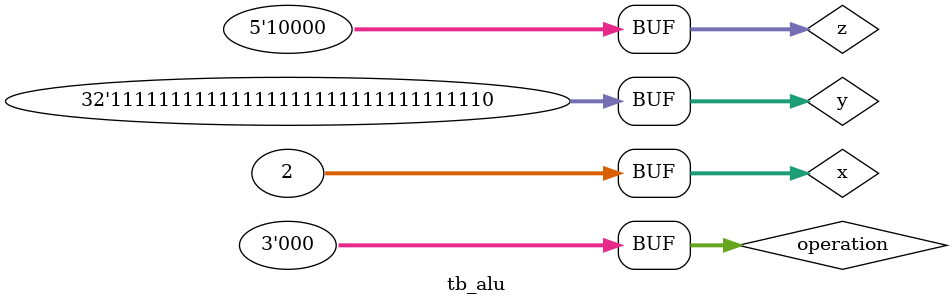
<source format=v>
`include "alu.v"
`timescale 1ps/1ps
module tb_alu;
reg [31:0]x;
reg [31:0]y;
reg [4:0]z;
wire [31:0]result;
wire overflow;
reg [2:0]operation;
integer i,j,m,n;
alu test(result,x,y,z,operation,overflow);




initial begin
    $dumpfile("tb_alu.vcd");
    $dumpvars(0, tb_alu);
end

initial begin
//   for(i=0;i<8;i++)
//   begin
//     #10 operation=i;
//     for(j=0;j<32;j++)
//     begin
//         #10 z=j;
//         for(n=0;n<5;n++)
//         begin

//          #10 x={$random}%256; y={$random}%256;
//         end
        
// end
//   end
#10 x=32'b11111111111111111111111111111111;y=32'b11111111111111111111111111111111;z=5'b10000;operation=3'b000;
#10 x=32'b10;y=32'b11111111111111111111111111111110;z=5'b10000;operation=3'b000;
end
initial begin
    $monitor("运算数x=%b, 运算数y=%b, 移位操作或截取操作数z=%b,功能选择数operation=%b,结果result=%b,溢出overflow=%b",x,y,z,operation,result,overflow);
end

endmodule
`default_nettype wire
</source>
